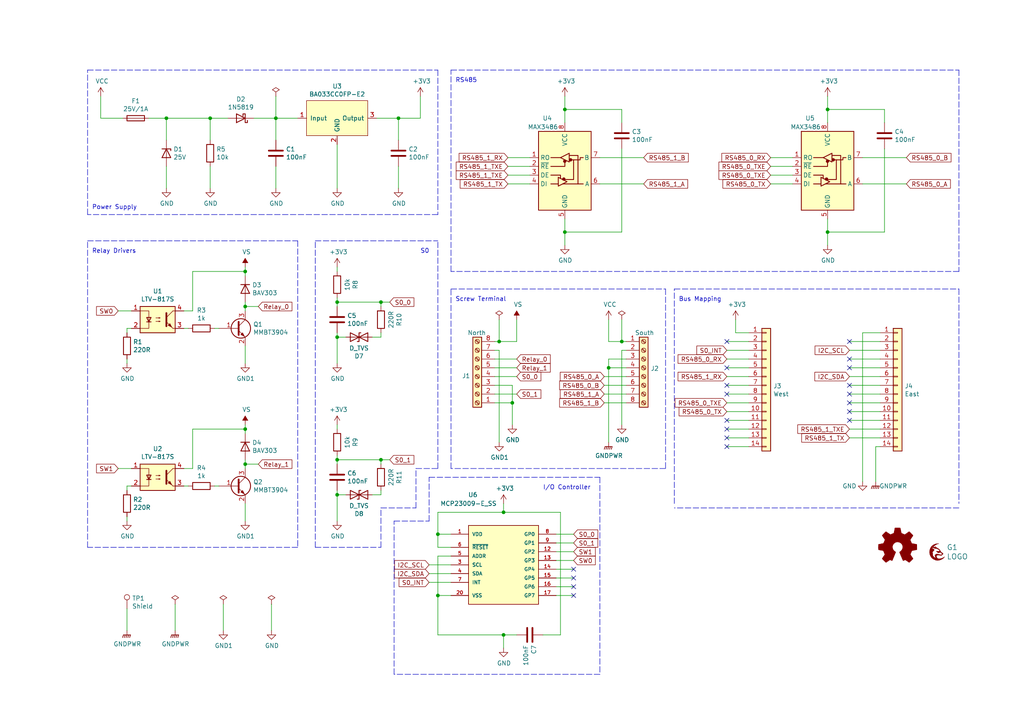
<source format=kicad_sch>
(kicad_sch (version 20211123) (generator eeschema)
  (paper "A4")
  (title_block (title "Electric Metering Module") (date "2022-02-09") (rev "2.1") (company "GrayC GmbH") (comment 1 "Fabian Schlegel") (comment 2 "5-24V Power Supply") (comment 3 "2x RS485, 2x S0, 2x Relay Driver") (comment 4 "Electric Metering Module with RS485, S0, Relay Drivers"))
  (junction (at 176.53 106.68))
  (junction (at 97.79 133.35))
  (junction (at 115.57 34.29))
  (junction (at 71.12 134.62))
  (junction (at 127 172.72))
  (junction (at 71.12 124.46))
  (junction (at 127 154.94))
  (junction (at 110.49 133.35))
  (junction (at 240.03 67.31))
  (junction (at 48.26 34.29))
  (junction (at 71.12 78.74))
  (junction (at 146.05 184.15))
  (junction (at 180.34 99.06))
  (junction (at 163.83 67.31))
  (junction (at 97.79 143.51))
  (junction (at 163.83 31.75))
  (junction (at 146.05 148.59))
  (junction (at 144.78 99.06))
  (junction (at 148.59 116.84))
  (junction (at 240.03 31.75))
  (junction (at 97.79 97.79))
  (junction (at 71.12 88.9))
  (junction (at 80.01 34.29))
  (junction (at 97.79 87.63))
  (junction (at 110.49 87.63))
  (junction (at 60.96 34.29))
  (no_connect (at 166.37 167.64))
  (no_connect (at 210.82 114.3))
  (no_connect (at 246.38 111.76))
  (no_connect (at 246.38 99.06))
  (no_connect (at 246.38 121.92))
  (no_connect (at 246.38 116.84))
  (no_connect (at 246.38 106.68))
  (no_connect (at 166.37 172.72))
  (no_connect (at 210.82 124.46))
  (no_connect (at 210.82 106.68))
  (no_connect (at 246.38 114.3))
  (no_connect (at 246.38 119.38))
  (no_connect (at 210.82 99.06))
  (no_connect (at 166.37 170.18))
  (no_connect (at 210.82 127))
  (no_connect (at 166.37 165.1))
  (no_connect (at 210.82 129.54))
  (no_connect (at 210.82 121.92))
  (no_connect (at 210.82 111.76))
  (no_connect (at 246.38 104.14))
  (wire (pts (xy 186.69 53.34) (xy 173.99 53.34)))
  (wire (pts (xy 36.83 176.53) (xy 36.83 182.88)))
  (polyline (pts (xy 130.81 78.74) (xy 130.81 20.32)))
  (wire (pts (xy 121.92 34.29) (xy 121.92 27.94)))
  (wire (pts (xy 181.61 116.84) (xy 175.26 116.84)))
  (wire (pts (xy 71.12 146.05) (xy 71.12 151.13)))
  (wire (pts (xy 50.8 175.26) (xy 50.8 182.88)))
  (polyline (pts (xy 130.81 20.32) (xy 278.13 20.32)))
  (wire (pts (xy 53.34 90.17) (xy 55.88 90.17)))
  (wire (pts (xy 210.82 101.6) (xy 217.17 101.6)))
  (wire (pts (xy 127 158.75) (xy 127 154.94)))
  (wire (pts (xy 147.32 53.34) (xy 153.67 53.34)))
  (wire (pts (xy 78.74 175.26) (xy 78.74 182.88)))
  (polyline (pts (xy 193.04 135.89) (xy 130.81 135.89)))
  (wire (pts (xy 71.12 88.9) (xy 71.12 90.17)))
  (wire (pts (xy 180.34 101.6) (xy 181.61 101.6)))
  (wire (pts (xy 60.96 40.64) (xy 60.96 34.29)))
  (wire (pts (xy 149.86 99.06) (xy 149.86 92.71)))
  (wire (pts (xy 176.53 106.68) (xy 176.53 128.27)))
  (wire (pts (xy 161.29 162.56) (xy 166.37 162.56)))
  (wire (pts (xy 53.34 95.25) (xy 54.61 95.25)))
  (wire (pts (xy 55.88 90.17) (xy 55.88 78.74)))
  (wire (pts (xy 36.83 104.14) (xy 36.83 105.41)))
  (wire (pts (xy 62.23 95.25) (xy 63.5 95.25)))
  (wire (pts (xy 161.29 154.94) (xy 166.37 154.94)))
  (wire (pts (xy 223.52 53.34) (xy 229.87 53.34)))
  (wire (pts (xy 110.49 88.9) (xy 110.49 87.63)))
  (wire (pts (xy 223.52 45.72) (xy 229.87 45.72)))
  (polyline (pts (xy 124.46 151.13) (xy 124.46 138.43)))
  (wire (pts (xy 110.49 133.35) (xy 113.03 133.35)))
  (wire (pts (xy 36.83 142.24) (xy 36.83 140.97)))
  (wire (pts (xy 29.21 34.29) (xy 35.56 34.29)))
  (polyline (pts (xy 91.44 69.85) (xy 127 69.85)))
  (wire (pts (xy 166.37 170.18) (xy 161.29 170.18)))
  (wire (pts (xy 130.81 158.75) (xy 127 158.75)))
  (wire (pts (xy 147.32 45.72) (xy 153.67 45.72)))
  (polyline (pts (xy 130.81 135.89) (xy 130.81 83.82)))
  (wire (pts (xy 180.34 35.56) (xy 180.34 31.75)))
  (wire (pts (xy 250.19 45.72) (xy 262.89 45.72)))
  (polyline (pts (xy 25.4 62.23) (xy 25.4 20.32)))
  (wire (pts (xy 143.51 116.84) (xy 148.59 116.84)))
  (wire (pts (xy 176.53 106.68) (xy 176.53 104.14)))
  (polyline (pts (xy 86.36 158.75) (xy 25.4 158.75)))
  (wire (pts (xy 210.82 111.76) (xy 217.17 111.76)))
  (wire (pts (xy 80.01 40.64) (xy 80.01 34.29)))
  (wire (pts (xy 48.26 34.29) (xy 60.96 34.29)))
  (wire (pts (xy 73.66 34.29) (xy 80.01 34.29)))
  (wire (pts (xy 213.36 92.71) (xy 213.36 96.52)))
  (polyline (pts (xy 91.44 158.75) (xy 91.44 69.85)))
  (wire (pts (xy 55.88 124.46) (xy 71.12 124.46)))
  (wire (pts (xy 246.38 101.6) (xy 255.27 101.6)))
  (wire (pts (xy 262.89 53.34) (xy 250.19 53.34)))
  (wire (pts (xy 60.96 54.61) (xy 60.96 48.26)))
  (wire (pts (xy 250.19 96.52) (xy 255.27 96.52)))
  (polyline (pts (xy 124.46 138.43) (xy 173.99 138.43)))
  (polyline (pts (xy 195.58 146.05) (xy 195.58 83.82)))
  (wire (pts (xy 180.34 92.71) (xy 180.34 99.06)))
  (wire (pts (xy 256.54 35.56) (xy 256.54 31.75)))
  (wire (pts (xy 223.52 50.8) (xy 229.87 50.8)))
  (wire (pts (xy 210.82 104.14) (xy 217.17 104.14)))
  (wire (pts (xy 110.49 134.62) (xy 110.49 133.35)))
  (wire (pts (xy 175.26 109.22) (xy 181.61 109.22)))
  (polyline (pts (xy 195.58 83.82) (xy 278.13 83.82)))
  (wire (pts (xy 127 172.72) (xy 127 161.29)))
  (wire (pts (xy 173.99 45.72) (xy 186.69 45.72)))
  (wire (pts (xy 246.38 111.76) (xy 255.27 111.76)))
  (wire (pts (xy 53.34 135.89) (xy 55.88 135.89)))
  (wire (pts (xy 71.12 78.74) (xy 71.12 80.01)))
  (wire (pts (xy 166.37 165.1) (xy 161.29 165.1)))
  (wire (pts (xy 146.05 184.15) (xy 149.86 184.15)))
  (wire (pts (xy 210.82 99.06) (xy 217.17 99.06)))
  (wire (pts (xy 163.83 67.31) (xy 180.34 67.31)))
  (wire (pts (xy 148.59 116.84) (xy 148.59 123.19)))
  (wire (pts (xy 97.79 142.24) (xy 97.79 143.51)))
  (wire (pts (xy 97.79 87.63) (xy 97.79 88.9)))
  (wire (pts (xy 43.18 34.29) (xy 48.26 34.29)))
  (wire (pts (xy 71.12 125.73) (xy 71.12 124.46)))
  (wire (pts (xy 246.38 114.3) (xy 255.27 114.3)))
  (wire (pts (xy 97.79 77.47) (xy 97.79 78.74)))
  (wire (pts (xy 143.51 111.76) (xy 148.59 111.76)))
  (polyline (pts (xy 278.13 83.82) (xy 278.13 146.05)))
  (polyline (pts (xy 25.4 20.32) (xy 127 20.32)))
  (wire (pts (xy 97.79 86.36) (xy 97.79 87.63)))
  (wire (pts (xy 146.05 146.05) (xy 146.05 148.59)))
  (wire (pts (xy 240.03 27.94) (xy 240.03 31.75)))
  (wire (pts (xy 246.38 99.06) (xy 255.27 99.06)))
  (polyline (pts (xy 110.49 158.75) (xy 110.49 147.32)))
  (wire (pts (xy 163.83 27.94) (xy 163.83 31.75)))
  (wire (pts (xy 147.32 50.8) (xy 153.67 50.8)))
  (polyline (pts (xy 278.13 20.32) (xy 278.13 78.74)))
  (wire (pts (xy 149.86 106.68) (xy 143.51 106.68)))
  (wire (pts (xy 115.57 48.26) (xy 115.57 54.61)))
  (wire (pts (xy 53.34 140.97) (xy 54.61 140.97)))
  (wire (pts (xy 48.26 48.26) (xy 48.26 54.61)))
  (wire (pts (xy 97.79 105.41) (xy 97.79 97.79)))
  (polyline (pts (xy 127 20.32) (xy 127 62.23)))
  (wire (pts (xy 110.49 87.63) (xy 113.03 87.63)))
  (wire (pts (xy 148.59 111.76) (xy 148.59 116.84)))
  (wire (pts (xy 97.79 151.13) (xy 97.79 143.51)))
  (polyline (pts (xy 193.04 83.82) (xy 193.04 135.89)))
  (wire (pts (xy 176.53 104.14) (xy 181.61 104.14)))
  (wire (pts (xy 55.88 135.89) (xy 55.88 124.46)))
  (wire (pts (xy 124.46 168.91) (xy 130.81 168.91)))
  (wire (pts (xy 254 129.54) (xy 255.27 129.54)))
  (wire (pts (xy 127 148.59) (xy 146.05 148.59)))
  (wire (pts (xy 29.21 27.94) (xy 29.21 34.29)))
  (wire (pts (xy 176.53 92.71) (xy 176.53 99.06)))
  (wire (pts (xy 71.12 100.33) (xy 71.12 105.41)))
  (wire (pts (xy 71.12 135.89) (xy 71.12 134.62)))
  (wire (pts (xy 213.36 96.52) (xy 217.17 96.52)))
  (wire (pts (xy 240.03 63.5) (xy 240.03 67.31)))
  (wire (pts (xy 217.17 127) (xy 210.82 127)))
  (wire (pts (xy 127 184.15) (xy 146.05 184.15)))
  (wire (pts (xy 210.82 129.54) (xy 217.17 129.54)))
  (wire (pts (xy 246.38 124.46) (xy 255.27 124.46)))
  (wire (pts (xy 163.83 63.5) (xy 163.83 67.31)))
  (wire (pts (xy 48.26 40.64) (xy 48.26 34.29)))
  (polyline (pts (xy 114.3 195.58) (xy 114.3 151.13)))
  (wire (pts (xy 97.79 132.08) (xy 97.79 133.35)))
  (wire (pts (xy 166.37 167.64) (xy 161.29 167.64)))
  (wire (pts (xy 110.49 97.79) (xy 107.95 97.79)))
  (wire (pts (xy 210.82 124.46) (xy 217.17 124.46)))
  (wire (pts (xy 97.79 97.79) (xy 100.33 97.79)))
  (wire (pts (xy 36.83 140.97) (xy 38.1 140.97)))
  (wire (pts (xy 127 154.94) (xy 127 148.59)))
  (wire (pts (xy 71.12 124.46) (xy 71.12 123.19)))
  (polyline (pts (xy 120.65 147.32) (xy 120.65 135.89)))
  (wire (pts (xy 109.22 34.29) (xy 115.57 34.29)))
  (wire (pts (xy 163.83 31.75) (xy 163.83 35.56)))
  (polyline (pts (xy 173.99 138.43) (xy 173.99 195.58)))
  (wire (pts (xy 127 172.72) (xy 127 184.15)))
  (wire (pts (xy 71.12 134.62) (xy 71.12 133.35)))
  (wire (pts (xy 180.34 31.75) (xy 163.83 31.75)))
  (polyline (pts (xy 127 62.23) (xy 25.4 62.23)))
  (wire (pts (xy 97.79 87.63) (xy 110.49 87.63)))
  (polyline (pts (xy 278.13 78.74) (xy 130.81 78.74)))
  (wire (pts (xy 157.48 184.15) (xy 162.56 184.15)))
  (wire (pts (xy 80.01 27.94) (xy 80.01 34.29)))
  (wire (pts (xy 144.78 128.27) (xy 144.78 101.6)))
  (wire (pts (xy 246.38 104.14) (xy 255.27 104.14)))
  (wire (pts (xy 246.38 116.84) (xy 255.27 116.84)))
  (polyline (pts (xy 110.49 147.32) (xy 120.65 147.32)))
  (polyline (pts (xy 25.4 158.75) (xy 25.4 69.85)))
  (wire (pts (xy 181.61 111.76) (xy 175.26 111.76)))
  (wire (pts (xy 144.78 92.71) (xy 144.78 99.06)))
  (wire (pts (xy 254 129.54) (xy 254 139.7)))
  (wire (pts (xy 175.26 114.3) (xy 181.61 114.3)))
  (wire (pts (xy 130.81 172.72) (xy 127 172.72)))
  (wire (pts (xy 256.54 67.31) (xy 256.54 43.18)))
  (polyline (pts (xy 120.65 135.89) (xy 127 135.89)))
  (wire (pts (xy 80.01 34.29) (xy 86.36 34.29)))
  (wire (pts (xy 64.77 175.26) (xy 64.77 182.88)))
  (wire (pts (xy 210.82 116.84) (xy 217.17 116.84)))
  (wire (pts (xy 163.83 67.31) (xy 163.83 71.12)))
  (wire (pts (xy 250.19 96.52) (xy 250.19 139.7)))
  (wire (pts (xy 153.67 48.26) (xy 147.32 48.26)))
  (wire (pts (xy 246.38 106.68) (xy 255.27 106.68)))
  (wire (pts (xy 110.49 143.51) (xy 110.49 142.24)))
  (wire (pts (xy 80.01 48.26) (xy 80.01 54.61)))
  (wire (pts (xy 97.79 123.19) (xy 97.79 124.46)))
  (wire (pts (xy 97.79 143.51) (xy 100.33 143.51)))
  (wire (pts (xy 71.12 78.74) (xy 71.12 77.47)))
  (wire (pts (xy 115.57 34.29) (xy 115.57 40.64)))
  (wire (pts (xy 34.29 135.89) (xy 38.1 135.89)))
  (wire (pts (xy 166.37 157.48) (xy 161.29 157.48)))
  (wire (pts (xy 36.83 96.52) (xy 36.83 95.25)))
  (wire (pts (xy 55.88 78.74) (xy 71.12 78.74)))
  (polyline (pts (xy 130.81 83.82) (xy 193.04 83.82)))
  (wire (pts (xy 210.82 106.68) (xy 217.17 106.68)))
  (polyline (pts (xy 25.4 69.85) (xy 86.36 69.85)))
  (wire (pts (xy 71.12 87.63) (xy 71.12 88.9)))
  (wire (pts (xy 34.29 90.17) (xy 38.1 90.17)))
  (wire (pts (xy 162.56 148.59) (xy 146.05 148.59)))
  (wire (pts (xy 161.29 160.02) (xy 166.37 160.02)))
  (wire (pts (xy 176.53 99.06) (xy 180.34 99.06)))
  (wire (pts (xy 180.34 67.31) (xy 180.34 43.18)))
  (wire (pts (xy 246.38 119.38) (xy 255.27 119.38)))
  (wire (pts (xy 107.95 143.51) (xy 110.49 143.51)))
  (wire (pts (xy 166.37 172.72) (xy 161.29 172.72)))
  (polyline (pts (xy 114.3 151.13) (xy 124.46 151.13)))
  (wire (pts (xy 143.51 114.3) (xy 149.86 114.3)))
  (wire (pts (xy 62.23 140.97) (xy 63.5 140.97)))
  (wire (pts (xy 162.56 184.15) (xy 162.56 148.59)))
  (wire (pts (xy 124.46 166.37) (xy 130.81 166.37)))
  (wire (pts (xy 97.79 96.52) (xy 97.79 97.79)))
  (wire (pts (xy 110.49 96.52) (xy 110.49 97.79)))
  (wire (pts (xy 36.83 149.86) (xy 36.83 151.13)))
  (wire (pts (xy 246.38 121.92) (xy 255.27 121.92)))
  (polyline (pts (xy 127 135.89) (xy 127 69.85)))
  (wire (pts (xy 181.61 106.68) (xy 176.53 106.68)))
  (wire (pts (xy 229.87 48.26) (xy 223.52 48.26)))
  (wire (pts (xy 71.12 134.62) (xy 74.93 134.62)))
  (polyline (pts (xy 86.36 69.85) (xy 86.36 158.75)))
  (wire (pts (xy 144.78 99.06) (xy 149.86 99.06)))
  (wire (pts (xy 130.81 154.94) (xy 127 154.94)))
  (wire (pts (xy 97.79 54.61) (xy 97.79 41.91)))
  (polyline (pts (xy 278.13 147.32) (xy 195.58 147.32)))
  (wire (pts (xy 97.79 133.35) (xy 110.49 133.35)))
  (wire (pts (xy 240.03 31.75) (xy 240.03 35.56)))
  (wire (pts (xy 210.82 114.3) (xy 217.17 114.3)))
  (wire (pts (xy 97.79 133.35) (xy 97.79 134.62)))
  (wire (pts (xy 246.38 127) (xy 255.27 127)))
  (wire (pts (xy 210.82 119.38) (xy 217.17 119.38)))
  (wire (pts (xy 143.51 99.06) (xy 144.78 99.06)))
  (wire (pts (xy 240.03 67.31) (xy 256.54 67.31)))
  (wire (pts (xy 210.82 109.22) (xy 217.17 109.22)))
  (wire (pts (xy 143.51 109.22) (xy 149.86 109.22)))
  (wire (pts (xy 146.05 187.96) (xy 146.05 184.15)))
  (polyline (pts (xy 173.99 195.58) (xy 114.3 195.58)))
  (wire (pts (xy 180.34 101.6) (xy 180.34 123.19)))
  (wire (pts (xy 71.12 88.9) (xy 74.93 88.9)))
  (wire (pts (xy 36.83 95.25) (xy 38.1 95.25)))
  (wire (pts (xy 115.57 34.29) (xy 121.92 34.29)))
  (wire (pts (xy 124.46 163.83) (xy 130.81 163.83)))
  (wire (pts (xy 60.96 34.29) (xy 66.04 34.29)))
  (wire (pts (xy 246.38 109.22) (xy 255.27 109.22)))
  (wire (pts (xy 256.54 31.75) (xy 240.03 31.75)))
  (wire (pts (xy 144.78 101.6) (xy 143.51 101.6)))
  (wire (pts (xy 240.03 67.31) (xy 240.03 71.12)))
  (wire (pts (xy 180.34 99.06) (xy 181.61 99.06)))
  (wire (pts (xy 143.51 104.14) (xy 149.86 104.14)))
  (wire (pts (xy 210.82 121.92) (xy 217.17 121.92)))
  (polyline (pts (xy 91.44 158.75) (xy 110.49 158.75)))
  (wire (pts (xy 127 161.29) (xy 130.81 161.29)))
  (text "Relay Drivers" (at 26.67 73.66 0) (effects (font (size 1.27 1.27)) (justify left bottom)))
  (text "RS485" (at 132.08 24.13 0) (effects (font (size 1.27 1.27)) (justify left bottom)))
  (text "Screw Terminal" (at 132.08 87.63 0) (effects (font (size 1.27 1.27)) (justify left bottom)))
  (text "I/O Controller" (at 157.48 142.24 0) (effects (font (size 1.27 1.27)) (justify left bottom)))
  (text "Bus Mapping" (at 196.85 87.63 0) (effects (font (size 1.27 1.27)) (justify left bottom)))
  (text "Power Supply" (at 26.67 60.96 0) (effects (font (size 1.27 1.27)) (justify left bottom)))
  (text "S0" (at 121.92 73.66 0) (effects (font (size 1.27 1.27)) (justify left bottom)))
  (global_label "SW0" (shape input) (at 166.37 162.56 0) (property "Intersheet References" "${INTERSHEET_REFS}" (effects hide)))
  (global_label "RS485_1_RX" (shape input) (at 210.82 109.22 180) (property "Intersheet References" "${INTERSHEET_REFS}" (effects hide)))
  (global_label "S0_0" (shape input) (at 113.03 87.63 0) (property "Intersheet References" "${INTERSHEET_REFS}" (effects hide)))
  (global_label "RS485_0_B" (shape input) (at 262.89 45.72 0) (property "Intersheet References" "${INTERSHEET_REFS}" (effects hide)))
  (global_label "SW1" (shape input) (at 34.29 135.89 180) (property "Intersheet References" "${INTERSHEET_REFS}" (effects hide)))
  (global_label "S0_1" (shape input) (at 149.86 114.3 0) (property "Intersheet References" "${INTERSHEET_REFS}" (effects hide)))
  (global_label "Relay_0" (shape input) (at 149.86 104.14 0) (property "Intersheet References" "${INTERSHEET_REFS}" (effects hide)))
  (global_label "Relay_0" (shape input) (at 74.93 88.9 0) (property "Intersheet References" "${INTERSHEET_REFS}" (effects hide)))
  (global_label "RS485_0_A" (shape input) (at 262.89 53.34 0) (property "Intersheet References" "${INTERSHEET_REFS}" (effects hide)))
  (global_label "S0_0" (shape input) (at 166.37 154.94 0) (property "Intersheet References" "${INTERSHEET_REFS}" (effects hide)))
  (global_label "RS485_0_RX" (shape input) (at 223.52 45.72 180) (property "Intersheet References" "${INTERSHEET_REFS}" (effects hide)))
  (global_label "RS485_1_TX" (shape input) (at 147.32 53.34 180) (property "Intersheet References" "${INTERSHEET_REFS}" (effects hide)))
  (global_label "Relay_1" (shape input) (at 74.93 134.62 0) (property "Intersheet References" "${INTERSHEET_REFS}" (effects hide)))
  (global_label "I2C_SCL" (shape input) (at 246.38 101.6 180) (property "Intersheet References" "${INTERSHEET_REFS}" (effects hide)))
  (global_label "S0_1" (shape input) (at 166.37 157.48 0) (property "Intersheet References" "${INTERSHEET_REFS}" (effects hide)))
  (global_label "SW0" (shape input) (at 34.29 90.17 180) (property "Intersheet References" "${INTERSHEET_REFS}" (effects hide)))
  (global_label "RS485_0_TX" (shape input) (at 210.82 119.38 180) (property "Intersheet References" "${INTERSHEET_REFS}" (effects hide)))
  (global_label "RS485_1_TX" (shape input) (at 246.38 127 180) (property "Intersheet References" "${INTERSHEET_REFS}" (effects hide)))
  (global_label "RS485_0_TXE" (shape input) (at 223.52 50.8 180) (property "Intersheet References" "${INTERSHEET_REFS}" (effects hide)))
  (global_label "S0_INT" (shape input) (at 210.82 101.6 180) (property "Intersheet References" "${INTERSHEET_REFS}" (effects hide)))
  (global_label "RS485_0_TXE" (shape input) (at 223.52 48.26 180) (property "Intersheet References" "${INTERSHEET_REFS}" (effects hide)))
  (global_label "RS485_0_RX" (shape input) (at 210.82 104.14 180) (property "Intersheet References" "${INTERSHEET_REFS}" (effects hide)))
  (global_label "RS485_0_TX" (shape input) (at 223.52 53.34 180) (property "Intersheet References" "${INTERSHEET_REFS}" (effects hide)))
  (global_label "RS485_1_TXE" (shape input) (at 147.32 50.8 180) (property "Intersheet References" "${INTERSHEET_REFS}" (effects hide)))
  (global_label "RS485_1_A" (shape input) (at 175.26 114.3 180) (property "Intersheet References" "${INTERSHEET_REFS}" (effects hide)))
  (global_label "RS485_1_RX" (shape input) (at 147.32 45.72 180) (property "Intersheet References" "${INTERSHEET_REFS}" (effects hide)))
  (global_label "I2C_SDA" (shape input) (at 246.38 109.22 180) (property "Intersheet References" "${INTERSHEET_REFS}" (effects hide)))
  (global_label "S0_0" (shape input) (at 149.86 109.22 0) (property "Intersheet References" "${INTERSHEET_REFS}" (effects hide)))
  (global_label "SW1" (shape input) (at 166.37 160.02 0) (property "Intersheet References" "${INTERSHEET_REFS}" (effects hide)))
  (global_label "RS485_1_TXE" (shape input) (at 246.38 124.46 180) (property "Intersheet References" "${INTERSHEET_REFS}" (effects hide)))
  (global_label "RS485_0_B" (shape input) (at 175.26 111.76 180) (property "Intersheet References" "${INTERSHEET_REFS}" (effects hide)))
  (global_label "S0_1" (shape input) (at 113.03 133.35 0) (property "Intersheet References" "${INTERSHEET_REFS}" (effects hide)))
  (global_label "I2C_SDA" (shape input) (at 124.46 166.37 180) (property "Intersheet References" "${INTERSHEET_REFS}" (effects hide)))
  (global_label "RS485_1_B" (shape input) (at 186.69 45.72 0) (property "Intersheet References" "${INTERSHEET_REFS}" (effects hide)))
  (global_label "Relay_1" (shape input) (at 149.86 106.68 0) (property "Intersheet References" "${INTERSHEET_REFS}" (effects hide)))
  (global_label "RS485_1_A" (shape input) (at 186.69 53.34 0) (property "Intersheet References" "${INTERSHEET_REFS}" (effects hide)))
  (global_label "I2C_SCL" (shape input) (at 124.46 163.83 180) (property "Intersheet References" "${INTERSHEET_REFS}" (effects hide)))
  (global_label "S0_INT" (shape input) (at 124.46 168.91 180) (property "Intersheet References" "${INTERSHEET_REFS}" (effects hide)))
  (global_label "RS485_0_A" (shape input) (at 175.26 109.22 180) (property "Intersheet References" "${INTERSHEET_REFS}" (effects hide)))
  (global_label "RS485_1_TXE" (shape input) (at 147.32 48.26 180) (property "Intersheet References" "${INTERSHEET_REFS}" (effects hide)))
  (global_label "RS485_1_B" (shape input) (at 175.26 116.84 180) (property "Intersheet References" "${INTERSHEET_REFS}" (effects hide)))
  (global_label "RS485_0_TXE" (shape input) (at 210.82 116.84 180) (property "Intersheet References" "${INTERSHEET_REFS}" (effects hide)))
  (symbol (lib_id "Interface_UART:MAX3486") (at 163.83 48.26 0) (unit 1)
    (property "Reference" "U4" (at 158.75 34.29 0))
    (property "Value" "MAX3486" (at 157.48 36.83 0))
    (property "Footprint" "Package_SO:SOIC-8_3.9x4.9mm_P1.27mm" (effects hide))
    (property "Datasheet" "https://datasheets.maximintegrated.com/en/ds/MAX3483-MAX3491.pdf" (effects hide))
    (property "Price" "3.71" (effects hide))
    (property "Product" "https://www.mouser.de/ProductDetail/Maxim-Integrated/MAX3486ECSA%2b?qs=LHmEVA8xxfYujvexFFcA7w%3D%3D" (effects hide))
    (property "manf#" "MAX3486EESA+" (effects hide))
    (property "mouser#" "700-MAX3486EESA" (effects hide))
  )
  (symbol (lib_id "Isolator:LTV-817S") (at 45.72 138.43 0) (unit 1)
    (property "Reference" "U2" (at 45.72 130.175 0))
    (property "Value" "LTV-817S" (at 45.72 132.4864 0))
    (property "Footprint" "Package_DIP:SMDIP-4_W9.53mm" (effects hide))
    (property "Datasheet" "http://www.us.liteon.com/downloads/LTV-817-827-847.PDF" (effects hide))
    (property "Price" "0.40" (effects hide))
    (property "Product" "https://www.mouser.de/ProductDetail/Lite-On/LTV-817S" (effects hide))
    (property "manf#" "LTV-817S" (effects hide))
    (property "mouser#" "859-LTV-817S" (effects hide))
  )
  (symbol (lib_id "BA033CC0FP-E2:BA033CC0FP-E2") (at 97.79 34.29 0) (unit 1)
    (property "Reference" "U3" (at 97.79 25.019 0))
    (property "Value" "BA033CC0FP-E2" (at 97.79 27.3304 0))
    (property "Footprint" "Package_TO_SOT_SMD:TO-252-3_TabPin2" (effects hide))
    (property "Datasheet" "https://www.mouser.de/datasheet/2/348/baxxdd0-e-1873983.pdf" (effects hide))
    (property "Product" "https://www.mouser.de/ProductDetail/ROHM-Semiconductor/BA033CC0FP-E2" (effects hide))
    (property "Price" "0.97" (effects hide))
    (property "manf#" "BA033CC0FP-E2" (effects hide))
    (property "mouser#" "755-BA033CC0FP-E2" (effects hide))
  )
  (symbol (lib_id "Device:Fuse") (at 39.37 34.29 270) (unit 1)
    (property "Reference" "F1" (at 39.37 29.2862 90))
    (property "Value" "25V/1A" (at 39.37 31.5976 90))
    (property "Footprint" "Fuse:Fuse_1206_3216Metric_Pad1.42x1.75mm_HandSolder" (effects hide))
    (property "Price" "0.93" (effects hide))
    (property "Product" "https://www.mouser.de/ProductDetail/Bourns/SF-1206HIA100M-2" (effects hide))
    (property "manf#" "TR/3216FF1-R" (effects hide))
    (property "mouser#" "504-TR/3216FF1-R" (effects hide))
  )
  (symbol (lib_id "Diode:1N5819") (at 69.85 34.29 180) (unit 1)
    (property "Reference" "D2" (at 69.85 28.7782 0))
    (property "Value" "1N5819" (at 69.85 31.0896 0))
    (property "Footprint" "Diode_SMD:D_SOD-323_HandSoldering" (effects hide))
    (property "Datasheet" "http://www.vishay.com/docs/88525/1n5817.pdf" (effects hide))
    (property "Price" "0.25" (effects hide))
    (property "Product" "https://www.mouser.de/ProductDetail/Diodes-Incorporated/1N5819HW-7-F?qs=NQ47qNm99eDyWTEd07miYA%3D%3D" (effects hide))
    (property "manf#" "PMEG4010CEAX" (effects hide))
    (property "mouser#" "771-PMEG4010CEAX" (effects hide))
  )
  (symbol (lib_id "Device:R") (at 60.96 44.45 0) (unit 1)
    (property "Reference" "R5" (at 62.738 43.2816 0) (effects (justify left)))
    (property "Value" "10k" (at 62.738 45.593 0) (effects (justify left)))
    (property "Footprint" "Resistor_SMD:R_1206_3216Metric_Pad1.30x1.75mm_HandSolder" (effects hide))
    (property "Price" "0.08" (effects hide))
    (property "Product" "https://www.mouser.de/ProductDetail/Bourns/CR1206-JW-103ELF" (effects hide))
    (property "manf#" "CR1206-JW-103ELF" (effects hide))
    (property "mouser#" "652-CR1206JW-103ELF" (effects hide))
  )
  (symbol (lib_id "Device:C") (at 80.01 44.45 0) (unit 1)
    (property "Reference" "C1" (at 82.931 43.2816 0) (effects (justify left)))
    (property "Value" "100nF" (at 82.931 45.593 0) (effects (justify left)))
    (property "Footprint" "Capacitor_SMD:C_1206_3216Metric_Pad1.33x1.80mm_HandSolder" (effects hide))
    (property "Product" "https://www.mouser.de/ProductDetail/KEMET/C1206C104M6RACTU?qs=F5EMLAvA7IBTviv6fCZN3A%3D%3D" (effects hide))
    (property "Price" "0.24" (effects hide))
    (property "manf#" "C1206C104M6RACTU" (effects hide))
    (property "mouser#" "80-C1206C104M6R" (effects hide))
  )
  (symbol (lib_id "Device:C") (at 115.57 44.45 0) (unit 1)
    (property "Reference" "C2" (at 118.491 43.2816 0) (effects (justify left)))
    (property "Value" "100nF" (at 118.491 45.593 0) (effects (justify left)))
    (property "Footprint" "Capacitor_SMD:C_1206_3216Metric_Pad1.33x1.80mm_HandSolder" (effects hide))
    (property "Price" "0.24" (effects hide))
    (property "Product" "https://www.mouser.de/ProductDetail/KEMET/C1206C104M6RACTU?qs=F5EMLAvA7IBTviv6fCZN3A%3D%3D" (effects hide))
    (property "manf#" "C1206C104M6RACTU" (effects hide))
    (property "mouser#" "80-C1206C104M6R" (effects hide))
  )
  (symbol (lib_id "power:VCC") (at 29.21 27.94 0) (unit 1)
    (property "Reference" "#PWR0101" (effects hide))
    (property "Value" "VCC" (at 29.591 23.5458 0))
  )
  (symbol (lib_id "power:+3V3") (at 121.92 27.94 0) (unit 1)
    (property "Reference" "#PWR0102" (effects hide))
    (property "Value" "+3V3" (at 122.301 23.5458 0))
  )
  (symbol (lib_id "power:GND") (at 80.01 54.61 0) (unit 1)
    (property "Reference" "#PWR0103" (effects hide))
    (property "Value" "GND" (at 80.137 59.0042 0))
  )
  (symbol (lib_id "power:GND") (at 97.79 54.61 0) (unit 1)
    (property "Reference" "#PWR0104" (effects hide))
    (property "Value" "GND" (at 97.917 59.0042 0))
  )
  (symbol (lib_id "power:GND") (at 115.57 54.61 0) (unit 1)
    (property "Reference" "#PWR0105" (effects hide))
    (property "Value" "GND" (at 115.697 59.0042 0))
  )
  (symbol (lib_id "power:GND") (at 60.96 54.61 0) (unit 1)
    (property "Reference" "#PWR0106" (effects hide))
    (property "Value" "GND" (at 61.087 59.0042 0))
  )
  (symbol (lib_id "power:GND") (at 48.26 54.61 0) (unit 1)
    (property "Reference" "#PWR0107" (effects hide))
    (property "Value" "GND" (at 48.387 59.0042 0))
  )
  (symbol (lib_id "Diode:BAV303") (at 71.12 129.54 270) (unit 1)
    (property "Reference" "D4" (at 73.152 128.3716 90) (effects (justify left)))
    (property "Value" "BAV303" (at 73.152 130.683 90) (effects (justify left)))
    (property "Footprint" "Diode_SMD:D_MicroMELF" (effects hide))
    (property "Datasheet" "http://www.vishay.com/docs/85545/bav300.pdf" (effects hide))
    (property "Price" "0.20" (effects hide))
    (property "Product" "https://www.mouser.de/ProductDetail/Vishay-Semiconductors/BAV303-TR?qs=7qbm%252BEMa92zC5P%252BxWlWw9w%3D%3D" (effects hide))
    (property "manf#" "BAV303-TR3" (effects hide))
    (property "mouser#" "78-BAV303-TR3" (effects hide))
  )
  (symbol (lib_id "Device:R") (at 58.42 140.97 270) (unit 1)
    (property "Reference" "R4" (at 58.42 135.7122 90))
    (property "Value" "1k" (at 58.42 138.0236 90))
    (property "Footprint" "Resistor_SMD:R_1206_3216Metric_Pad1.30x1.75mm_HandSolder" (effects hide))
    (property "Price" "0.10" (effects hide))
    (property "Product" "https://www.mouser.de/ProductDetail/KOA-Speer/RK73B2BTTDD102J" (effects hide))
    (property "manf#" "CR1206-FX-1001ELF" (effects hide))
    (property "mouser#" "652-CR1206FX-1001ELF" (effects hide))
  )
  (symbol (lib_id "Device:R") (at 36.83 146.05 0) (unit 1)
    (property "Reference" "R2" (at 38.608 144.8816 0) (effects (justify left)))
    (property "Value" "220R" (at 38.608 147.193 0) (effects (justify left)))
    (property "Footprint" "Resistor_SMD:R_1206_3216Metric_Pad1.30x1.75mm_HandSolder" (effects hide))
    (property "Price" "0.08" (effects hide))
    (property "Product" "https://www.mouser.de/ProductDetail/TE-Connectivity-Holsworthy/CRGCQ1206J220R" (effects hide))
    (property "manf#" "CR0603-FX-2200ELF" (effects hide))
    (property "mouser#" "652-CR0603FX-2200ELF" (effects hide))
  )
  (symbol (lib_id "Transistor_BJT:MMBT3904") (at 68.58 140.97 0) (unit 1)
    (property "Reference" "Q2" (at 73.4314 139.8016 0) (effects (justify left)))
    (property "Value" "MMBT3904" (at 73.4314 142.113 0) (effects (justify left)))
    (property "Footprint" "Package_TO_SOT_SMD:SOT-23" (effects hide))
    (property "Datasheet" "https://www.onsemi.com/pub/Collateral/2N3903-D.PDF" (effects hide))
    (property "Price" "0.09" (effects hide))
    (property "Product" "https://www.mouser.de/ProductDetail/Nexperia/MMBT3904215" (effects hide))
    (property "manf#" "MMBT3904" (effects hide))
    (property "mouser#" "771-MMBT3904T/R" (effects hide))
  )
  (symbol (lib_id "power:GND") (at 36.83 151.13 0) (unit 1)
    (property "Reference" "#PWR0110" (effects hide))
    (property "Value" "GND" (at 36.957 155.5242 0))
  )
  (symbol (lib_id "power:GND1") (at 71.12 151.13 0) (unit 1)
    (property "Reference" "#PWR0111" (effects hide))
    (property "Value" "GND1" (at 71.247 155.5242 0))
  )
  (symbol (lib_id "power:VS") (at 71.12 123.19 0) (unit 1)
    (property "Reference" "#PWR0112" (effects hide))
    (property "Value" "VS" (at 71.501 118.7958 0))
  )
  (symbol (lib_id "Isolator:LTV-817S") (at 45.72 92.71 0) (unit 1)
    (property "Reference" "U1" (at 45.72 84.455 0))
    (property "Value" "LTV-817S" (at 45.72 86.7664 0))
    (property "Footprint" "Package_DIP:SMDIP-4_W9.53mm" (effects hide))
    (property "Datasheet" "http://www.us.liteon.com/downloads/LTV-817-827-847.PDF" (effects hide))
    (property "Price" "0.40" (effects hide))
    (property "Product" "https://www.mouser.de/ProductDetail/Lite-On/LTV-817S" (effects hide))
    (property "manf#" "LTV-817S" (effects hide))
    (property "mouser#" "859-LTV-817S" (effects hide))
  )
  (symbol (lib_id "Diode:BAV303") (at 71.12 83.82 270) (unit 1)
    (property "Reference" "D3" (at 73.152 82.6516 90) (effects (justify left)))
    (property "Value" "BAV303" (at 73.152 84.963 90) (effects (justify left)))
    (property "Footprint" "Diode_SMD:D_MicroMELF" (effects hide))
    (property "Datasheet" "http://www.vishay.com/docs/85545/bav300.pdf" (effects hide))
    (property "Price" "0.20" (effects hide))
    (property "Product" "https://www.mouser.de/ProductDetail/Vishay-Semiconductors/BAV303-TR?qs=7qbm%252BEMa92zC5P%252BxWlWw9w%3D%3D" (effects hide))
    (property "manf#" "BAV303-TR3" (effects hide))
    (property "mouser#" "78-BAV303-TR3" (effects hide))
  )
  (symbol (lib_id "Device:R") (at 58.42 95.25 270) (unit 1)
    (property "Reference" "R3" (at 58.42 89.9922 90))
    (property "Value" "1k" (at 58.42 92.3036 90))
    (property "Footprint" "Resistor_SMD:R_1206_3216Metric_Pad1.30x1.75mm_HandSolder" (effects hide))
    (property "Price" "0.10" (effects hide))
    (property "Product" "https://www.mouser.de/ProductDetail/KOA-Speer/RK73B2BTTDD102J" (effects hide))
    (property "manf#" "CR1206-FX-1001ELF" (effects hide))
    (property "mouser#" "652-CR1206FX-1001ELF" (effects hide))
  )
  (symbol (lib_id "Device:R") (at 36.83 100.33 0) (unit 1)
    (property "Reference" "R1" (at 38.608 99.1616 0) (effects (justify left)))
    (property "Value" "220R" (at 38.608 101.473 0) (effects (justify left)))
    (property "Footprint" "Resistor_SMD:R_1206_3216Metric_Pad1.30x1.75mm_HandSolder" (effects hide))
    (property "Price" "0.08" (effects hide))
    (property "Product" "https://www.mouser.de/ProductDetail/TE-Connectivity-Holsworthy/CRGCQ1206J220R" (effects hide))
    (property "manf#" "CR0603-FX-2200ELF" (effects hide))
    (property "mouser#" "652-CR0603FX-2200ELF" (effects hide))
  )
  (symbol (lib_id "Transistor_BJT:MMBT3904") (at 68.58 95.25 0) (unit 1)
    (property "Reference" "Q1" (at 73.4314 94.0816 0) (effects (justify left)))
    (property "Value" "MMBT3904" (at 73.4314 96.393 0) (effects (justify left)))
    (property "Footprint" "Package_TO_SOT_SMD:SOT-23" (effects hide))
    (property "Datasheet" "https://www.onsemi.com/pub/Collateral/2N3903-D.PDF" (effects hide))
    (property "Price" "0.09" (effects hide))
    (property "Product" "https://www.mouser.de/ProductDetail/Nexperia/MMBT3904215" (effects hide))
    (property "manf#" "MMBT3904" (effects hide))
    (property "mouser#" "771-MMBT3904T/R" (effects hide))
  )
  (symbol (lib_id "power:GND") (at 36.83 105.41 0) (unit 1)
    (property "Reference" "#PWR0113" (effects hide))
    (property "Value" "GND" (at 36.957 109.8042 0))
  )
  (symbol (lib_id "power:GND1") (at 71.12 105.41 0) (unit 1)
    (property "Reference" "#PWR0114" (effects hide))
    (property "Value" "GND1" (at 71.247 109.8042 0))
  )
  (symbol (lib_id "power:VS") (at 71.12 77.47 0) (unit 1)
    (property "Reference" "#PWR0115" (effects hide))
    (property "Value" "VS" (at 71.501 73.0758 0))
  )
  (symbol (lib_id "Device:C") (at 180.34 39.37 0) (unit 1)
    (property "Reference" "C3" (at 183.261 38.2016 0) (effects (justify left)))
    (property "Value" "100nF" (at 183.261 40.513 0) (effects (justify left)))
    (property "Footprint" "Capacitor_SMD:C_1206_3216Metric_Pad1.33x1.80mm_HandSolder" (effects hide))
    (property "Price" "0.24" (effects hide))
    (property "Product" "https://www.mouser.de/ProductDetail/KEMET/C1206C104M6RACTU?qs=F5EMLAvA7IBTviv6fCZN3A%3D%3D" (effects hide))
    (property "manf#" "C1206C104M6RACTU" (effects hide))
    (property "mouser#" "80-C1206C104M6R" (effects hide))
  )
  (symbol (lib_id "power:+3V3") (at 163.83 27.94 0) (unit 1)
    (property "Reference" "#PWR0116" (effects hide))
    (property "Value" "+3V3" (at 164.211 23.5458 0))
  )
  (symbol (lib_id "power:GND") (at 163.83 71.12 0) (unit 1)
    (property "Reference" "#PWR0117" (effects hide))
    (property "Value" "GND" (at 163.957 75.5142 0))
  )
  (symbol (lib_id "Interface_UART:MAX3486") (at 240.03 48.26 0) (unit 1)
    (property "Reference" "U5" (at 234.95 34.29 0))
    (property "Value" "MAX3486" (at 233.68 36.83 0))
    (property "Footprint" "Package_SO:SOIC-8_3.9x4.9mm_P1.27mm" (effects hide))
    (property "Datasheet" "https://datasheets.maximintegrated.com/en/ds/MAX3483-MAX3491.pdf" (effects hide))
    (property "Price" "3.71" (effects hide))
    (property "Product" "https://www.mouser.de/ProductDetail/Maxim-Integrated/MAX3486ECSA%2b?qs=LHmEVA8xxfYujvexFFcA7w%3D%3D" (effects hide))
    (property "manf#" "MAX3486EESA+" (effects hide))
    (property "mouser#" "700-MAX3486EESA" (effects hide))
  )
  (symbol (lib_id "Device:C") (at 256.54 39.37 0) (unit 1)
    (property "Reference" "C4" (at 259.461 38.2016 0) (effects (justify left)))
    (property "Value" "100nF" (at 259.461 40.513 0) (effects (justify left)))
    (property "Footprint" "Capacitor_SMD:C_1206_3216Metric_Pad1.33x1.80mm_HandSolder" (effects hide))
    (property "Price" "0.24" (effects hide))
    (property "Product" "https://www.mouser.de/ProductDetail/KEMET/C1206C104M6RACTU?qs=F5EMLAvA7IBTviv6fCZN3A%3D%3D" (effects hide))
    (property "manf#" "C1206C104M6RACTU" (effects hide))
    (property "mouser#" "80-C1206C104M6R" (effects hide))
  )
  (symbol (lib_id "power:+3V3") (at 240.03 27.94 0) (unit 1)
    (property "Reference" "#PWR0118" (effects hide))
    (property "Value" "+3V3" (at 240.411 23.5458 0))
  )
  (symbol (lib_id "power:GND") (at 240.03 71.12 0) (unit 1)
    (property "Reference" "#PWR0119" (effects hide))
    (property "Value" "GND" (at 240.157 75.5142 0))
  )
  (symbol (lib_id "Connector:Screw_Terminal_01x08") (at 186.69 106.68 0) (unit 1)
    (property "Reference" "J2" (at 188.722 106.8832 0) (effects (justify left)))
    (property "Value" "South" (at 184.15 96.52 0) (effects (justify left)))
    (property "Footprint" "footprints:PHOENIX_1727078" (effects hide))
    (property "Price" "4.85" (effects hide))
    (property "Product" "https://www.mouser.de/ProductDetail/Phoenix-Contact/1727078" (effects hide))
    (property "manf#" "20020327-D081B01LF" (effects hide))
    (property "mouser#" "649-220327-D081B01LF" (effects hide))
  )
  (symbol (lib_id "Connector:Screw_Terminal_01x08") (at 138.43 109.22 180) (unit 1)
    (property "Reference" "J1" (at 136.398 109.0168 0) (effects (justify left)))
    (property "Value" "North" (at 140.97 96.52 0) (effects (justify left)))
    (property "Footprint" "footprints:PHOENIX_1727078" (effects hide))
    (property "Price" "4.85" (effects hide))
    (property "Product" "https://www.mouser.de/ProductDetail/Phoenix-Contact/1727078" (effects hide))
    (property "manf#" "20020327-D081B01LF" (effects hide))
    (property "mouser#" "649-220327-D081B01LF" (effects hide))
  )
  (symbol (lib_id "Connector_Generic:Conn_01x14") (at 222.25 111.76 0) (unit 1)
    (property "Reference" "J3" (at 224.282 111.9632 0) (effects (justify left)))
    (property "Value" "West" (at 224.282 114.2746 0) (effects (justify left)))
    (property "Footprint" "Connector_PinHeader_2.54mm:PinHeader_1x14_P2.54mm_Vertical" (effects hide))
    (property "Price" "0.45" (effects hide))
    (property "Product" "https://www.mouser.de/ProductDetail/Harwin/M20-9991446" (effects hide))
    (property "manf#" "M20-9991446" (effects hide))
    (property "mouser#" "651-1935200" (effects hide))
  )
  (symbol (lib_id "Connector_Generic:Conn_01x14") (at 260.35 111.76 0) (unit 1)
    (property "Reference" "J4" (at 262.382 111.9632 0) (effects (justify left)))
    (property "Value" "East" (at 262.382 114.2746 0) (effects (justify left)))
    (property "Footprint" "Connector_PinHeader_2.54mm:PinHeader_1x14_P2.54mm_Vertical" (effects hide))
    (property "Price" "0.45" (effects hide))
    (property "Product" "https://www.mouser.de/ProductDetail/Harwin/M20-9991446" (effects hide))
    (property "manf#" "M20-9991446" (effects hide))
    (property "mouser#" "651-1935200" (effects hide))
  )
  (symbol (lib_id "power:+3V3") (at 213.36 92.71 0) (unit 1)
    (property "Reference" "#PWR0120" (effects hide))
    (property "Value" "+3V3" (at 213.741 88.3158 0))
  )
  (symbol (lib_id "power:GND") (at 250.19 139.7 0) (unit 1)
    (property "Reference" "#PWR0121" (effects hide))
    (property "Value" "GND" (at 246.38 140.97 0))
  )
  (symbol (lib_id "power:GNDPWR") (at 254 139.7 0) (unit 1)
    (property "Reference" "#PWR0122" (effects hide))
    (property "Value" "GNDPWR" (at 259.08 140.97 0))
  )
  (symbol (lib_id "Device:R") (at 97.79 82.55 180) (unit 1)
    (property "Reference" "R8" (at 103.0478 82.55 90))
    (property "Value" "10k" (at 100.7364 82.55 90))
    (property "Footprint" "Resistor_SMD:R_1206_3216Metric_Pad1.30x1.75mm_HandSolder" (effects hide))
    (property "Price" "0.08" (effects hide))
    (property "Product" "https://www.mouser.de/ProductDetail/Bourns/CR1206-JW-103ELF" (effects hide))
    (property "manf#" "CR1206-JW-103ELF" (effects hide))
    (property "mouser#" "652-CR1206JW-103ELF" (effects hide))
  )
  (symbol (lib_id "Device:R") (at 110.49 92.71 180) (unit 1)
    (property "Reference" "R10" (at 115.7478 92.71 90))
    (property "Value" "220R" (at 113.4364 92.71 90))
    (property "Footprint" "Resistor_SMD:R_1206_3216Metric_Pad1.30x1.75mm_HandSolder" (effects hide))
    (property "Price" "0.08" (effects hide))
    (property "Product" "https://www.mouser.de/ProductDetail/TE-Connectivity-Holsworthy/CRGCQ1206J220R" (effects hide))
    (property "manf#" "CR0603-FX-2200ELF" (effects hide))
    (property "mouser#" "652-CR0603FX-2200ELF" (effects hide))
  )
  (symbol (lib_id "Connector:TestPoint") (at 36.83 176.53 0) (unit 1)
    (property "Reference" "TP1" (at 38.3032 173.5328 0) (effects (justify left)))
    (property "Value" "Shield" (at 38.3032 175.8442 0) (effects (justify left)))
    (property "Footprint" "TestPoint:TestPoint_Pad_D4.0mm" (effects hide))
  )
  (symbol (lib_id "power:GNDPWR") (at 36.83 182.88 0) (unit 1)
    (property "Reference" "#PWR0108" (effects hide))
    (property "Value" "GNDPWR" (at 36.9316 186.7916 0))
  )
  (symbol (lib_id "Device:C") (at 97.79 92.71 0) (unit 1)
    (property "Reference" "C5" (at 100.711 91.5416 0) (effects (justify left)))
    (property "Value" "100nF" (at 100.711 93.853 0) (effects (justify left)))
    (property "Footprint" "Capacitor_SMD:C_1206_3216Metric_Pad1.33x1.80mm_HandSolder" (effects hide))
    (property "Price" "0.24" (effects hide))
    (property "Product" "https://www.mouser.de/ProductDetail/KEMET/C1206C104M6RACTU?qs=F5EMLAvA7IBTviv6fCZN3A%3D%3D" (effects hide))
    (property "manf#" "C1206C104M6RACTU" (effects hide))
    (property "mouser#" "80-C1206C104M6R" (effects hide))
  )
  (symbol (lib_id "power:GND") (at 97.79 105.41 0) (unit 1)
    (property "Reference" "#PWR0123" (effects hide))
    (property "Value" "GND" (at 97.917 109.8042 0))
  )
  (symbol (lib_id "power:+3V3") (at 97.79 77.47 0) (unit 1)
    (property "Reference" "#PWR0124" (effects hide))
    (property "Value" "+3V3" (at 98.171 73.0758 0))
  )
  (symbol (lib_id "Device:D_TVS") (at 104.14 97.79 180) (unit 1)
    (property "Reference" "D7" (at 104.14 103.3018 0))
    (property "Value" "D_TVS" (at 104.14 100.9904 0))
    (property "Footprint" "Diode_SMD:D_0603_1608Metric_Pad1.05x0.95mm_HandSolder" (effects hide))
    (property "Price" "0.32" (effects hide))
    (property "Product" "https://www.mouser.de/ProductDetail/Bourns/CG0603MLC-33LE?qs=m8myXnDJXpXlL5%252BDNWWe1g%3D%3D" (effects hide))
    (property "manf#" "CG0603MLC-3.3LE" (effects hide))
    (property "mouser#" "652-CG0603MLC-3.3LE" (effects hide))
  )
  (symbol (lib_id "power:VCC") (at 176.53 92.71 0) (unit 1)
    (property "Reference" "#PWR0109" (effects hide))
    (property "Value" "VCC" (at 176.911 88.3158 0))
  )
  (symbol (lib_id "Device:R") (at 97.79 128.27 180) (unit 1)
    (property "Reference" "R9" (at 103.0478 128.27 90))
    (property "Value" "10k" (at 100.7364 128.27 90))
    (property "Footprint" "Resistor_SMD:R_1206_3216Metric_Pad1.30x1.75mm_HandSolder" (effects hide))
    (property "Price" "0.08" (effects hide))
    (property "Product" "https://www.mouser.de/ProductDetail/Bourns/CR1206-JW-103ELF" (effects hide))
    (property "manf#" "CR1206-JW-103ELF" (effects hide))
    (property "mouser#" "652-CR1206JW-103ELF" (effects hide))
  )
  (symbol (lib_id "Device:R") (at 110.49 138.43 180) (unit 1)
    (property "Reference" "R11" (at 115.7478 138.43 90))
    (property "Value" "220R" (at 113.4364 138.43 90))
    (property "Footprint" "Resistor_SMD:R_1206_3216Metric_Pad1.30x1.75mm_HandSolder" (effects hide))
    (property "Price" "0.08" (effects hide))
    (property "Product" "https://www.mouser.de/ProductDetail/TE-Connectivity-Holsworthy/CRGCQ1206J220R" (effects hide))
    (property "manf#" "CR0603-FX-2200ELF" (effects hide))
    (property "mouser#" "652-CR0603FX-2200ELF" (effects hide))
  )
  (symbol (lib_id "Device:C") (at 97.79 138.43 0) (unit 1)
    (property "Reference" "C6" (at 100.711 137.2616 0) (effects (justify left)))
    (property "Value" "100nF" (at 100.711 139.573 0) (effects (justify left)))
    (property "Footprint" "Capacitor_SMD:C_1206_3216Metric_Pad1.33x1.80mm_HandSolder" (effects hide))
    (property "Price" "0.24" (effects hide))
    (property "Product" "https://www.mouser.de/ProductDetail/KEMET/C1206C104M6RACTU?qs=F5EMLAvA7IBTviv6fCZN3A%3D%3D" (effects hide))
    (property "manf#" "C1206C104M6RACTU" (effects hide))
    (property "mouser#" "80-C1206C104M6R" (effects hide))
  )
  (symbol (lib_id "power:GND") (at 97.79 151.13 0) (unit 1)
    (property "Reference" "#PWR0125" (effects hide))
    (property "Value" "GND" (at 97.917 155.5242 0))
  )
  (symbol (lib_id "power:+3V3") (at 97.79 123.19 0) (unit 1)
    (property "Reference" "#PWR0126" (effects hide))
    (property "Value" "+3V3" (at 98.171 118.7958 0))
  )
  (symbol (lib_id "Device:D_TVS") (at 104.14 143.51 180) (unit 1)
    (property "Reference" "D8" (at 104.14 149.0218 0))
    (property "Value" "D_TVS" (at 104.14 146.7104 0))
    (property "Footprint" "Diode_SMD:D_0603_1608Metric_Pad1.05x0.95mm_HandSolder" (effects hide))
    (property "Price" "0.32" (effects hide))
    (property "Product" "https://www.mouser.de/ProductDetail/Bourns/CG0603MLC-33LE?qs=m8myXnDJXpXlL5%252BDNWWe1g%3D%3D" (effects hide))
    (property "manf#" "CG0603MLC-3.3LE" (effects hide))
    (property "mouser#" "652-CG0603MLC-3.3LE" (effects hide))
  )
  (symbol (lib_id "power:GND") (at 148.59 123.19 0) (unit 1)
    (property "Reference" "#PWR0131" (effects hide))
    (property "Value" "GND" (at 148.717 127.5842 0))
  )
  (symbol (lib_id "power:GNDPWR") (at 176.53 128.27 0) (unit 1)
    (property "Reference" "#PWR0132" (effects hide))
    (property "Value" "GNDPWR" (at 176.6316 132.1816 0))
  )
  (symbol (lib_id "power:VS") (at 149.86 92.71 0) (unit 1)
    (property "Reference" "#PWR0128" (effects hide))
    (property "Value" "VS" (at 150.241 88.3158 0))
  )
  (symbol (lib_id "power:GND1") (at 144.78 128.27 0) (unit 1)
    (property "Reference" "#PWR0129" (effects hide))
    (property "Value" "GND1" (at 144.907 132.6642 0))
  )
  (symbol (lib_id "power:GND") (at 180.34 123.19 0) (unit 1)
    (property "Reference" "#PWR0130" (effects hide))
    (property "Value" "GND" (at 180.467 127.5842 0))
  )
  (symbol (lib_id "Device:C") (at 153.67 184.15 270) (unit 1)
    (property "Reference" "C7" (at 154.8384 187.071 0) (effects (justify left)))
    (property "Value" "100nF" (at 152.527 187.071 0) (effects (justify left)))
    (property "Footprint" "Capacitor_SMD:C_1206_3216Metric_Pad1.33x1.80mm_HandSolder" (effects hide))
    (property "Price" "0.24" (effects hide))
    (property "Product" "https://www.mouser.de/ProductDetail/KEMET/C1206C104M6RACTU?qs=F5EMLAvA7IBTviv6fCZN3A%3D%3D" (effects hide))
    (property "manf#" "C1206C104M6RACTU" (effects hide))
    (property "mouser#" "80-C1206C104M6R" (effects hide))
  )
  (symbol (lib_id "power:+3V3") (at 146.05 146.05 0) (unit 1)
    (property "Reference" "#PWR0127" (effects hide))
    (property "Value" "+3V3" (at 146.431 141.6558 0))
  )
  (symbol (lib_id "power:GND") (at 146.05 187.96 0) (unit 1)
    (property "Reference" "#PWR0133" (effects hide))
    (property "Value" "GND" (at 146.177 192.3542 0))
  )
  (symbol (lib_id "Device:D_Zener") (at 48.26 44.45 270) (unit 1)
    (property "Reference" "D1" (at 50.292 43.2816 90) (effects (justify left)))
    (property "Value" "25V" (at 50.292 45.593 90) (effects (justify left)))
    (property "Footprint" "Diode_SMD:D_SOD-523" (effects hide))
    (property "Product" "https://www.mouser.de/ProductDetail/Comchip-Technology/CPDU24V?qs=tw%252BuQ%2FB6PO0bamw1irr2%252Bg%3D%3D" (effects hide))
    (property "Price" "0.40" (effects hide))
    (property "manf#" "CPDU24V" (effects hide))
    (property "mouser#" "750-CPDU24V" (effects hide))
  )
  (symbol (lib_id "grayc-logo-negative:LOGO") (at 271.78 160.02 0) (unit 1) (in_bom no)
    (property "Reference" "G1" (at 274.574 158.75 0) (effects (font (size 1.524 1.524)) (justify left)))
    (property "Value" "LOGO" (at 274.574 161.4424 0) (effects (font (size 1.524 1.524)) (justify left)))
    (property "Footprint" "images:grayc-logo-negative" (effects hide))
  )
  (symbol (lib_id "MCP23009-E_SS:MCP23009-E_SS") (at 146.05 163.83 0) (unit 1)
    (property "Reference" "U6" (at 137.16 143.51 0))
    (property "Value" "MCP23009-E_SS" (at 135.89 146.05 0))
    (property "Footprint" "SOP65P780X200-20N" (effects hide))
    (property "Datasheet" "https://www.mouser.de/datasheet/2/268/22121a-52412.pdf" (effects hide))
    (property "manf#" "MCP23009-E/SS" (effects hide))
    (property "mouser#" "579-MCP23009-E/SS" (effects hide))
  )
  (symbol (lib_id "Graphic:Logo_Open_Hardware_Small") (at 260.35 158.75 0) (unit 1) (in_bom no)
    (property "Reference" "G2" (effects hide))
    (property "Value" "Logo_Open_Hardware_Small" (effects hide))
    (property "Footprint" "Symbol:OSHW-Logo2_7.3x6mm_SilkScreen" (effects hide))
  )
  (symbol (lib_id "power:GND1") (at 64.77 182.88 0) (unit 1)
    (property "Reference" "#PWR0135" (effects hide))
    (property "Value" "GND1" (at 64.897 187.2742 0))
  )
  (symbol (lib_id "power:PWR_FLAG") (at 144.78 92.71 0) (unit 1)
    (property "Reference" "#FLG0102" (effects hide))
    (property "Value" "PWR_FLAG" (effects hide))
  )
  (symbol (lib_id "power:GNDPWR") (at 50.8 182.88 0) (unit 1)
    (property "Reference" "#PWR0134" (effects hide))
    (property "Value" "GNDPWR" (at 50.9016 186.7916 0))
  )
  (symbol (lib_id "power:PWR_FLAG") (at 78.74 175.26 0) (unit 1)
    (property "Reference" "#FLG0106" (effects hide))
    (property "Value" "PWR_FLAG" (effects hide))
  )
  (symbol (lib_id "power:GND") (at 78.74 182.88 0) (unit 1)
    (property "Reference" "#PWR0136" (effects hide))
    (property "Value" "GND" (at 78.867 187.2742 0))
  )
  (symbol (lib_id "power:PWR_FLAG") (at 50.8 175.26 0) (unit 1)
    (property "Reference" "#FLG0104" (effects hide))
    (property "Value" "PWR_FLAG" (effects hide))
  )
  (symbol (lib_id "power:PWR_FLAG") (at 80.01 27.94 0) (unit 1)
    (property "Reference" "#FLG0101" (effects hide))
    (property "Value" "PWR_FLAG" (effects hide))
  )
  (symbol (lib_id "power:PWR_FLAG") (at 64.77 175.26 0) (unit 1)
    (property "Reference" "#FLG0105" (effects hide))
    (property "Value" "PWR_FLAG" (effects hide))
  )
  (symbol (lib_id "power:PWR_FLAG") (at 180.34 92.71 0) (unit 1)
    (property "Reference" "#FLG0103" (effects hide))
    (property "Value" "PWR_FLAG" (effects hide))
  )
)
</source>
